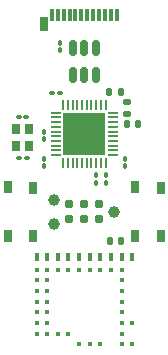
<source format=gbr>
%TF.GenerationSoftware,KiCad,Pcbnew,8.99.0-unknown-77b1d367df~178~ubuntu23.10.1*%
%TF.CreationDate,2024-11-14T21:45:02-05:00*%
%TF.ProjectId,nRF54L15Dongle,6e524635-344c-4313-9544-6f6e676c652e,rev?*%
%TF.SameCoordinates,Original*%
%TF.FileFunction,Soldermask,Top*%
%TF.FilePolarity,Negative*%
%FSLAX46Y46*%
G04 Gerber Fmt 4.6, Leading zero omitted, Abs format (unit mm)*
G04 Created by KiCad (PCBNEW 8.99.0-unknown-77b1d367df~178~ubuntu23.10.1) date 2024-11-14 21:45:02*
%MOMM*%
%LPD*%
G01*
G04 APERTURE LIST*
G04 Aperture macros list*
%AMRoundRect*
0 Rectangle with rounded corners*
0 $1 Rounding radius*
0 $2 $3 $4 $5 $6 $7 $8 $9 X,Y pos of 4 corners*
0 Add a 4 corners polygon primitive as box body*
4,1,4,$2,$3,$4,$5,$6,$7,$8,$9,$2,$3,0*
0 Add four circle primitives for the rounded corners*
1,1,$1+$1,$2,$3*
1,1,$1+$1,$4,$5*
1,1,$1+$1,$6,$7*
1,1,$1+$1,$8,$9*
0 Add four rect primitives between the rounded corners*
20,1,$1+$1,$2,$3,$4,$5,0*
20,1,$1+$1,$4,$5,$6,$7,0*
20,1,$1+$1,$6,$7,$8,$9,0*
20,1,$1+$1,$8,$9,$2,$3,0*%
G04 Aperture macros list end*
%ADD10C,0.400000*%
%ADD11R,0.400000X0.500000*%
%ADD12C,0.990600*%
%ADD13C,0.787400*%
%ADD14RoundRect,0.100000X0.130000X0.100000X-0.130000X0.100000X-0.130000X-0.100000X0.130000X-0.100000X0*%
%ADD15R,0.650000X1.050000*%
%ADD16RoundRect,0.150000X0.150000X-0.512500X0.150000X0.512500X-0.150000X0.512500X-0.150000X-0.512500X0*%
%ADD17RoundRect,0.100000X0.100000X-0.130000X0.100000X0.130000X-0.100000X0.130000X-0.100000X-0.130000X0*%
%ADD18RoundRect,0.100000X-0.100000X0.130000X-0.100000X-0.130000X0.100000X-0.130000X0.100000X0.130000X0*%
%ADD19RoundRect,0.140000X0.170000X-0.140000X0.170000X0.140000X-0.170000X0.140000X-0.170000X-0.140000X0*%
%ADD20RoundRect,0.100000X-0.130000X-0.100000X0.130000X-0.100000X0.130000X0.100000X-0.130000X0.100000X0*%
%ADD21R,0.380000X1.000000*%
%ADD22R,0.700000X1.150000*%
%ADD23R,0.800000X0.900000*%
%ADD24RoundRect,0.140000X-0.140000X-0.170000X0.140000X-0.170000X0.140000X0.170000X-0.140000X0.170000X0*%
%ADD25RoundRect,0.140000X0.140000X0.170000X-0.140000X0.170000X-0.140000X-0.170000X0.140000X-0.170000X0*%
%ADD26RoundRect,0.062500X0.350000X0.062500X-0.350000X0.062500X-0.350000X-0.062500X0.350000X-0.062500X0*%
%ADD27RoundRect,0.062500X0.062500X0.350000X-0.062500X0.350000X-0.062500X-0.350000X0.062500X-0.350000X0*%
%ADD28R,3.600000X3.600000*%
G04 APERTURE END LIST*
D10*
%TO.C,U4*%
X174050000Y-92700000D03*
X174050000Y-90900000D03*
X174050000Y-85500000D03*
D11*
X174050000Y-85250000D03*
D10*
X173150000Y-92700000D03*
X173150000Y-91800000D03*
X173150000Y-90900000D03*
X173150000Y-90000000D03*
X173150000Y-89100000D03*
X173150000Y-88200000D03*
X173150000Y-87300000D03*
X173150000Y-86400000D03*
X173150000Y-85500000D03*
D11*
X173150000Y-85250000D03*
D10*
X172250000Y-86400000D03*
X172250000Y-85500000D03*
D11*
X172250000Y-85250000D03*
D10*
X171350000Y-92700000D03*
X171350000Y-86400000D03*
X171350000Y-85500000D03*
D11*
X171350000Y-85250000D03*
D10*
X170450000Y-92700000D03*
X170450000Y-86400000D03*
X170450000Y-85500000D03*
D11*
X170450000Y-85250000D03*
D10*
X169550000Y-92700000D03*
X169550000Y-86400000D03*
X169550000Y-85500000D03*
D11*
X169550000Y-85250000D03*
D10*
X168650000Y-91800000D03*
X168650000Y-86400000D03*
X168650000Y-85500000D03*
D11*
X168650000Y-85250000D03*
D10*
X167750000Y-91800000D03*
X167750000Y-86400000D03*
X167750000Y-85500000D03*
D11*
X167750000Y-85250000D03*
D10*
X166850000Y-91800000D03*
X166850000Y-90900000D03*
X166850000Y-90000000D03*
X166850000Y-89100000D03*
X166850000Y-88200000D03*
X166850000Y-87300000D03*
X166850000Y-86400000D03*
X166850000Y-85500000D03*
D11*
X166850000Y-85250000D03*
D10*
X165950000Y-91800000D03*
X165950000Y-90900000D03*
X165950000Y-90000000D03*
X165950000Y-89100000D03*
X165950000Y-88200000D03*
X165950000Y-87300000D03*
X165950000Y-86400000D03*
X165950000Y-85500000D03*
D11*
X165950000Y-85250000D03*
%TD*%
D12*
%TO.C,J1*%
X172540000Y-81500000D03*
X167460000Y-82516000D03*
X167460000Y-80484000D03*
D13*
X171270000Y-80865000D03*
X171270000Y-82135000D03*
X170000000Y-80865000D03*
X170000000Y-82135000D03*
X168730000Y-80865000D03*
X168730000Y-82135000D03*
%TD*%
D14*
%TO.C,C23*%
X165080000Y-73450000D03*
X164440000Y-73450000D03*
%TD*%
D15*
%TO.C,SW2*%
X163525000Y-83575000D03*
X163525000Y-79425000D03*
X165675000Y-83575000D03*
X165675000Y-79450000D03*
%TD*%
D16*
%TO.C,U3*%
X169050000Y-69937500D03*
X170000000Y-69937500D03*
X170950000Y-69937500D03*
X170950000Y-67662500D03*
X170000000Y-67662500D03*
X169050000Y-67662500D03*
%TD*%
D17*
%TO.C,C15*%
X166550000Y-75340000D03*
X166550000Y-74700000D03*
%TD*%
D18*
%TO.C,R1*%
X167900000Y-67180000D03*
X167900000Y-67820000D03*
%TD*%
D19*
%TO.C,C12*%
X173630000Y-73190000D03*
X173630000Y-72230000D03*
%TD*%
D18*
%TO.C,C20*%
X166550000Y-76980000D03*
X166550000Y-77620000D03*
%TD*%
D15*
%TO.C,SW1*%
X174325000Y-83575000D03*
X174325000Y-79425000D03*
X176475000Y-83575000D03*
X176475000Y-79450000D03*
%TD*%
D20*
%TO.C,C24*%
X164490000Y-76950000D03*
X165130000Y-76950000D03*
%TD*%
D18*
%TO.C,C18*%
X171800000Y-78380000D03*
X171800000Y-79020000D03*
%TD*%
D21*
%TO.C,P1*%
X167250000Y-64790000D03*
X167750000Y-64790000D03*
X168250000Y-64790000D03*
X168750000Y-64790000D03*
X169250000Y-64790000D03*
X169750000Y-64790000D03*
X170250000Y-64790000D03*
X170750000Y-64790000D03*
X171250000Y-64790000D03*
X171750000Y-64790000D03*
X172250000Y-64790000D03*
X172750000Y-64790000D03*
D22*
X166580000Y-65630000D03*
%TD*%
D18*
%TO.C,C14*%
X171000000Y-78375000D03*
X171000000Y-79015000D03*
%TD*%
D23*
%TO.C,Y3*%
X164210000Y-74500000D03*
X164210000Y-75900000D03*
X165310000Y-75900000D03*
X165310000Y-74500000D03*
%TD*%
D24*
%TO.C,C1*%
X172160000Y-83960000D03*
X173120000Y-83960000D03*
%TD*%
D14*
%TO.C,C19*%
X167920000Y-71440000D03*
X167280000Y-71440000D03*
%TD*%
D18*
%TO.C,C16*%
X173450000Y-76980000D03*
X173450000Y-77620000D03*
%TD*%
D24*
%TO.C,C13*%
X172130000Y-71340000D03*
X173090000Y-71340000D03*
%TD*%
D25*
%TO.C,C17*%
X174560000Y-74080000D03*
X173600000Y-74080000D03*
%TD*%
D26*
%TO.C,U2*%
X172437500Y-76700000D03*
X172437500Y-76300000D03*
X172437500Y-75900000D03*
X172437500Y-75500000D03*
X172437500Y-75100000D03*
X172437500Y-74700000D03*
X172437500Y-74300000D03*
X172437500Y-73900000D03*
X172437500Y-73500000D03*
X172437500Y-73100000D03*
D27*
X171800000Y-72462500D03*
X171400000Y-72462500D03*
X171000000Y-72462500D03*
X170600000Y-72462500D03*
X170200000Y-72462500D03*
X169800000Y-72462500D03*
X169400000Y-72462500D03*
X169000000Y-72462500D03*
X168600000Y-72462500D03*
X168200000Y-72462500D03*
D26*
X167562500Y-73100000D03*
X167562500Y-73500000D03*
X167562500Y-73900000D03*
X167562500Y-74300000D03*
X167562500Y-74700000D03*
X167562500Y-75100000D03*
X167562500Y-75500000D03*
X167562500Y-75900000D03*
X167562500Y-76300000D03*
X167562500Y-76700000D03*
D27*
X168200000Y-77337500D03*
X168600000Y-77337500D03*
X169000000Y-77337500D03*
X169400000Y-77337500D03*
X169800000Y-77337500D03*
X170200000Y-77337500D03*
X170600000Y-77337500D03*
X171000000Y-77337500D03*
X171400000Y-77337500D03*
X171800000Y-77337500D03*
D28*
X170000000Y-74900000D03*
%TD*%
D12*
%TO.C,J2*%
X172540000Y-81500000D03*
X167460000Y-82516000D03*
X167460000Y-80484000D03*
%TD*%
M02*

</source>
